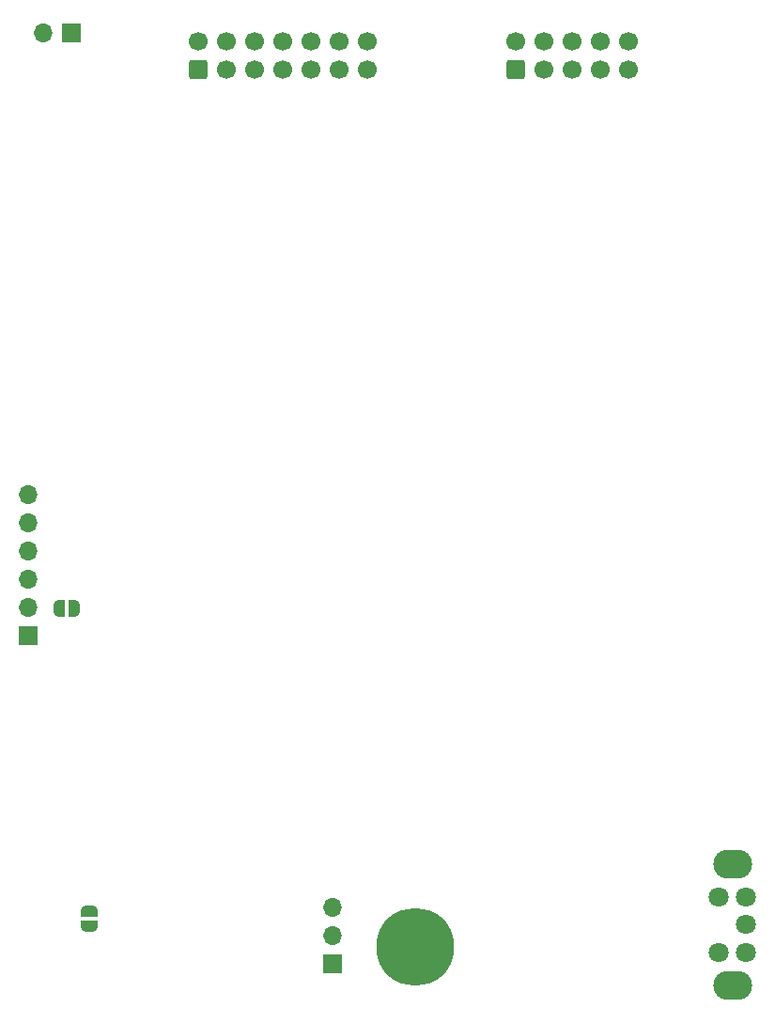
<source format=gbs>
G04 #@! TF.GenerationSoftware,KiCad,Pcbnew,6.0.6-2.fc35*
G04 #@! TF.CreationDate,2022-07-15T01:43:17+02:00*
G04 #@! TF.ProjectId,cw-amp-controll-board,63772d61-6d70-42d6-936f-6e74726f6c6c,rev?*
G04 #@! TF.SameCoordinates,Original*
G04 #@! TF.FileFunction,Soldermask,Bot*
G04 #@! TF.FilePolarity,Negative*
%FSLAX46Y46*%
G04 Gerber Fmt 4.6, Leading zero omitted, Abs format (unit mm)*
G04 Created by KiCad (PCBNEW 6.0.6-2.fc35) date 2022-07-15 01:43:17*
%MOMM*%
%LPD*%
G01*
G04 APERTURE LIST*
G04 Aperture macros list*
%AMRoundRect*
0 Rectangle with rounded corners*
0 $1 Rounding radius*
0 $2 $3 $4 $5 $6 $7 $8 $9 X,Y pos of 4 corners*
0 Add a 4 corners polygon primitive as box body*
4,1,4,$2,$3,$4,$5,$6,$7,$8,$9,$2,$3,0*
0 Add four circle primitives for the rounded corners*
1,1,$1+$1,$2,$3*
1,1,$1+$1,$4,$5*
1,1,$1+$1,$6,$7*
1,1,$1+$1,$8,$9*
0 Add four rect primitives between the rounded corners*
20,1,$1+$1,$2,$3,$4,$5,0*
20,1,$1+$1,$4,$5,$6,$7,0*
20,1,$1+$1,$6,$7,$8,$9,0*
20,1,$1+$1,$8,$9,$2,$3,0*%
%AMFreePoly0*
4,1,22,0.500000,-0.750000,0.000000,-0.750000,0.000000,-0.745033,-0.079941,-0.743568,-0.215256,-0.701293,-0.333266,-0.622738,-0.424486,-0.514219,-0.481581,-0.384460,-0.499164,-0.250000,-0.500000,-0.250000,-0.500000,0.250000,-0.499164,0.250000,-0.499963,0.256109,-0.478152,0.396186,-0.417904,0.524511,-0.324060,0.630769,-0.204165,0.706417,-0.067858,0.745374,0.000000,0.744959,0.000000,0.750000,
0.500000,0.750000,0.500000,-0.750000,0.500000,-0.750000,$1*%
%AMFreePoly1*
4,1,20,0.000000,0.744959,0.073905,0.744508,0.209726,0.703889,0.328688,0.626782,0.421226,0.519385,0.479903,0.390333,0.500000,0.250000,0.500000,-0.250000,0.499851,-0.262216,0.476331,-0.402017,0.414519,-0.529596,0.319384,-0.634700,0.198574,-0.708877,0.061801,-0.746166,0.000000,-0.745033,0.000000,-0.750000,-0.500000,-0.750000,-0.500000,0.750000,0.000000,0.750000,0.000000,0.744959,
0.000000,0.744959,$1*%
G04 Aperture macros list end*
%ADD10RoundRect,0.250000X0.600000X-0.600000X0.600000X0.600000X-0.600000X0.600000X-0.600000X-0.600000X0*%
%ADD11C,1.700000*%
%ADD12R,1.700000X1.700000*%
%ADD13O,1.700000X1.700000*%
%ADD14C,7.000000*%
%ADD15O,3.500000X2.600000*%
%ADD16C,1.800000*%
%ADD17FreePoly0,270.000000*%
%ADD18FreePoly1,270.000000*%
%ADD19FreePoly0,180.000000*%
%ADD20FreePoly1,180.000000*%
G04 APERTURE END LIST*
D10*
X165000000Y-68000000D03*
D11*
X165000000Y-65460000D03*
X167540000Y-68000000D03*
X167540000Y-65460000D03*
X170080000Y-68000000D03*
X170080000Y-65460000D03*
X172620000Y-68000000D03*
X172620000Y-65460000D03*
X175160000Y-68000000D03*
X175160000Y-65460000D03*
D10*
X136380000Y-68000000D03*
D11*
X136380000Y-65460000D03*
X138920000Y-68000000D03*
X138920000Y-65460000D03*
X141460000Y-68000000D03*
X141460000Y-65460000D03*
X144000000Y-68000000D03*
X144000000Y-65460000D03*
X146540000Y-68000000D03*
X146540000Y-65460000D03*
X149080000Y-68000000D03*
X149080000Y-65460000D03*
X151620000Y-68000000D03*
X151620000Y-65460000D03*
D12*
X124900000Y-64750000D03*
D13*
X122360000Y-64750000D03*
D14*
X155930588Y-147000000D03*
D15*
X184500000Y-139550000D03*
X184500000Y-150450000D03*
D16*
X185750000Y-147500000D03*
X185750000Y-142500000D03*
X185750000Y-145000000D03*
X183250000Y-142500000D03*
X183250000Y-147500000D03*
D12*
X148500000Y-148500000D03*
D13*
X148500000Y-145960000D03*
X148500000Y-143420000D03*
D12*
X121000000Y-119000000D03*
D13*
X121000000Y-116460000D03*
X121000000Y-113920000D03*
X121000000Y-111380000D03*
X121000000Y-108840000D03*
X121000000Y-106300000D03*
D17*
X126500000Y-143825000D03*
D18*
X126500000Y-145125000D03*
D19*
X125150000Y-116500000D03*
D20*
X123850000Y-116500000D03*
M02*

</source>
